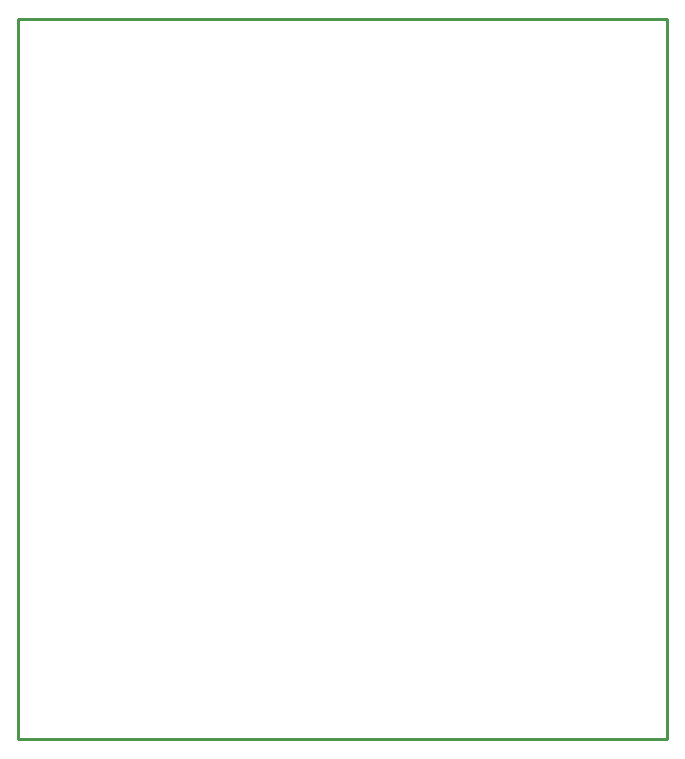
<source format=gm1>
%FSTAX23Y23*%
%MOIN*%
%SFA1B1*%

%IPPOS*%
%ADD12C,0.010000*%
%LNreceptor_wpt-1*%
%LPD*%
G54D12*
X00984Y00984D02*
X03149D01*
Y03385*
X00984D02*
X03149D01*
X00984Y00984D02*
Y03385D01*
M02*
</source>
